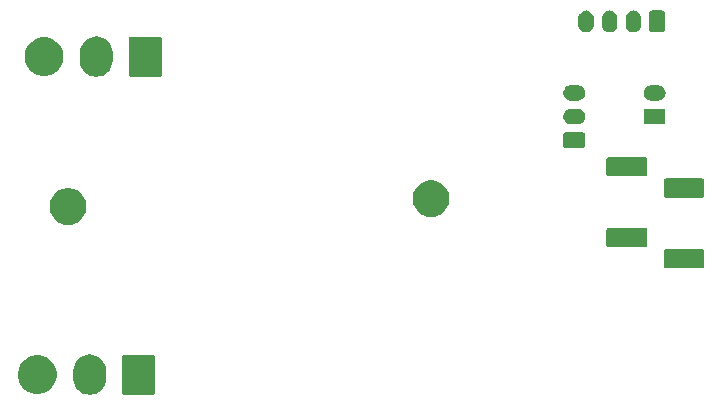
<source format=gbr>
G04 #@! TF.GenerationSoftware,KiCad,Pcbnew,5.1.5-52549c5~84~ubuntu18.04.1*
G04 #@! TF.CreationDate,2020-02-07T08:01:35-05:00*
G04 #@! TF.ProjectId,TSAL,5453414c-2e6b-4696-9361-645f70636258,rev?*
G04 #@! TF.SameCoordinates,Original*
G04 #@! TF.FileFunction,Soldermask,Bot*
G04 #@! TF.FilePolarity,Negative*
%FSLAX46Y46*%
G04 Gerber Fmt 4.6, Leading zero omitted, Abs format (unit mm)*
G04 Created by KiCad (PCBNEW 5.1.5-52549c5~84~ubuntu18.04.1) date 2020-02-07 08:01:35*
%MOMM*%
%LPD*%
G04 APERTURE LIST*
%ADD10C,0.100000*%
G04 APERTURE END LIST*
D10*
G36*
X115889761Y-119222837D02*
G01*
X116148200Y-119301234D01*
X116386372Y-119428539D01*
X116595134Y-119599866D01*
X116766461Y-119808628D01*
X116893766Y-120046800D01*
X116972163Y-120305240D01*
X116992000Y-120506652D01*
X116992000Y-121301349D01*
X116972163Y-121502761D01*
X116893766Y-121761200D01*
X116766461Y-121999372D01*
X116595134Y-122208133D01*
X116386370Y-122379461D01*
X116148199Y-122506766D01*
X115889760Y-122585163D01*
X115621000Y-122611633D01*
X115352239Y-122585163D01*
X115093800Y-122506766D01*
X114855628Y-122379461D01*
X114646867Y-122208134D01*
X114475539Y-121999370D01*
X114348234Y-121761199D01*
X114269837Y-121502760D01*
X114250000Y-121301348D01*
X114250000Y-120506651D01*
X114269837Y-120305239D01*
X114348234Y-120046800D01*
X114475539Y-119808628D01*
X114646866Y-119599867D01*
X114855630Y-119428539D01*
X115093801Y-119301234D01*
X115352240Y-119222837D01*
X115621000Y-119196367D01*
X115889761Y-119222837D01*
G37*
G36*
X121004436Y-119206635D02*
G01*
X121034027Y-119215611D01*
X121061296Y-119230187D01*
X121085198Y-119249802D01*
X121104813Y-119273704D01*
X121119389Y-119300973D01*
X121128365Y-119330564D01*
X121132000Y-119367474D01*
X121132000Y-122440526D01*
X121128365Y-122477436D01*
X121119389Y-122507027D01*
X121104813Y-122534296D01*
X121085198Y-122558198D01*
X121061296Y-122577813D01*
X121034027Y-122592389D01*
X121004436Y-122601365D01*
X120967526Y-122605000D01*
X118554474Y-122605000D01*
X118517564Y-122601365D01*
X118487973Y-122592389D01*
X118460704Y-122577813D01*
X118436802Y-122558198D01*
X118417187Y-122534296D01*
X118402611Y-122507027D01*
X118393635Y-122477436D01*
X118390000Y-122440526D01*
X118390000Y-119367474D01*
X118393635Y-119330564D01*
X118402611Y-119300973D01*
X118417187Y-119273704D01*
X118436802Y-119249802D01*
X118460704Y-119230187D01*
X118487973Y-119215611D01*
X118517564Y-119206635D01*
X118554474Y-119203000D01*
X120967526Y-119203000D01*
X121004436Y-119206635D01*
G37*
G36*
X111659661Y-119326062D02*
G01*
X111958303Y-119449764D01*
X111958305Y-119449765D01*
X112227076Y-119629352D01*
X112455648Y-119857924D01*
X112635236Y-120126697D01*
X112758938Y-120425339D01*
X112822000Y-120742374D01*
X112822000Y-121065626D01*
X112758938Y-121382661D01*
X112709190Y-121502762D01*
X112635235Y-121681305D01*
X112455648Y-121950076D01*
X112227076Y-122178648D01*
X111958305Y-122358235D01*
X111958304Y-122358236D01*
X111958303Y-122358236D01*
X111659661Y-122481938D01*
X111342626Y-122545000D01*
X111019374Y-122545000D01*
X110702339Y-122481938D01*
X110403697Y-122358236D01*
X110403696Y-122358236D01*
X110403695Y-122358235D01*
X110134924Y-122178648D01*
X109906352Y-121950076D01*
X109726765Y-121681305D01*
X109652810Y-121502762D01*
X109603062Y-121382661D01*
X109540000Y-121065626D01*
X109540000Y-120742374D01*
X109603062Y-120425339D01*
X109726764Y-120126697D01*
X109906352Y-119857924D01*
X110134924Y-119629352D01*
X110403695Y-119449765D01*
X110403697Y-119449764D01*
X110702339Y-119326062D01*
X111019374Y-119263000D01*
X111342626Y-119263000D01*
X111659661Y-119326062D01*
G37*
G36*
X167528820Y-110278103D02*
G01*
X167562985Y-110288467D01*
X167594464Y-110305293D01*
X167622060Y-110327940D01*
X167644707Y-110355536D01*
X167661533Y-110387015D01*
X167671897Y-110421180D01*
X167676000Y-110462842D01*
X167676000Y-111712158D01*
X167671897Y-111753820D01*
X167661533Y-111787985D01*
X167644707Y-111819464D01*
X167622060Y-111847060D01*
X167594464Y-111869707D01*
X167562985Y-111886533D01*
X167528820Y-111896897D01*
X167487158Y-111901000D01*
X164412842Y-111901000D01*
X164371180Y-111896897D01*
X164337015Y-111886533D01*
X164305536Y-111869707D01*
X164277940Y-111847060D01*
X164255293Y-111819464D01*
X164238467Y-111787985D01*
X164228103Y-111753820D01*
X164224000Y-111712158D01*
X164224000Y-110462842D01*
X164228103Y-110421180D01*
X164238467Y-110387015D01*
X164255293Y-110355536D01*
X164277940Y-110327940D01*
X164305536Y-110305293D01*
X164337015Y-110288467D01*
X164371180Y-110278103D01*
X164412842Y-110274000D01*
X167487158Y-110274000D01*
X167528820Y-110278103D01*
G37*
G36*
X162678820Y-108478103D02*
G01*
X162712985Y-108488467D01*
X162744464Y-108505293D01*
X162772060Y-108527940D01*
X162794707Y-108555536D01*
X162811533Y-108587015D01*
X162821897Y-108621180D01*
X162826000Y-108662842D01*
X162826000Y-109912158D01*
X162821897Y-109953820D01*
X162811533Y-109987985D01*
X162794707Y-110019464D01*
X162772060Y-110047060D01*
X162744464Y-110069707D01*
X162712985Y-110086533D01*
X162678820Y-110096897D01*
X162637158Y-110101000D01*
X159562842Y-110101000D01*
X159521180Y-110096897D01*
X159487015Y-110086533D01*
X159455536Y-110069707D01*
X159427940Y-110047060D01*
X159405293Y-110019464D01*
X159388467Y-109987985D01*
X159378103Y-109953820D01*
X159374000Y-109912158D01*
X159374000Y-108662842D01*
X159378103Y-108621180D01*
X159388467Y-108587015D01*
X159405293Y-108555536D01*
X159427940Y-108527940D01*
X159455536Y-108505293D01*
X159487015Y-108488467D01*
X159521180Y-108478103D01*
X159562842Y-108474000D01*
X162637158Y-108474000D01*
X162678820Y-108478103D01*
G37*
G36*
X114094585Y-105158802D02*
G01*
X114244410Y-105188604D01*
X114526674Y-105305521D01*
X114780705Y-105475259D01*
X114996741Y-105691295D01*
X115166479Y-105945326D01*
X115283396Y-106227590D01*
X115343000Y-106527240D01*
X115343000Y-106832760D01*
X115283396Y-107132410D01*
X115166479Y-107414674D01*
X114996741Y-107668705D01*
X114780705Y-107884741D01*
X114526674Y-108054479D01*
X114244410Y-108171396D01*
X114094585Y-108201198D01*
X113944761Y-108231000D01*
X113639239Y-108231000D01*
X113489415Y-108201198D01*
X113339590Y-108171396D01*
X113057326Y-108054479D01*
X112803295Y-107884741D01*
X112587259Y-107668705D01*
X112417521Y-107414674D01*
X112300604Y-107132410D01*
X112241000Y-106832760D01*
X112241000Y-106527240D01*
X112300604Y-106227590D01*
X112417521Y-105945326D01*
X112587259Y-105691295D01*
X112803295Y-105475259D01*
X113057326Y-105305521D01*
X113339590Y-105188604D01*
X113489415Y-105158802D01*
X113639239Y-105129000D01*
X113944761Y-105129000D01*
X114094585Y-105158802D01*
G37*
G36*
X144828585Y-104498402D02*
G01*
X144978410Y-104528204D01*
X145260674Y-104645121D01*
X145514705Y-104814859D01*
X145730741Y-105030895D01*
X145900479Y-105284926D01*
X146017396Y-105567190D01*
X146077000Y-105866840D01*
X146077000Y-106172360D01*
X146017396Y-106472010D01*
X145900479Y-106754274D01*
X145730741Y-107008305D01*
X145514705Y-107224341D01*
X145260674Y-107394079D01*
X144978410Y-107510996D01*
X144828585Y-107540798D01*
X144678761Y-107570600D01*
X144373239Y-107570600D01*
X144223415Y-107540798D01*
X144073590Y-107510996D01*
X143791326Y-107394079D01*
X143537295Y-107224341D01*
X143321259Y-107008305D01*
X143151521Y-106754274D01*
X143034604Y-106472010D01*
X142975000Y-106172360D01*
X142975000Y-105866840D01*
X143034604Y-105567190D01*
X143151521Y-105284926D01*
X143321259Y-105030895D01*
X143537295Y-104814859D01*
X143791326Y-104645121D01*
X144073590Y-104528204D01*
X144223415Y-104498402D01*
X144373239Y-104468600D01*
X144678761Y-104468600D01*
X144828585Y-104498402D01*
G37*
G36*
X167528820Y-104303103D02*
G01*
X167562985Y-104313467D01*
X167594464Y-104330293D01*
X167622060Y-104352940D01*
X167644707Y-104380536D01*
X167661533Y-104412015D01*
X167671897Y-104446180D01*
X167676000Y-104487842D01*
X167676000Y-105737158D01*
X167671897Y-105778820D01*
X167661533Y-105812985D01*
X167644707Y-105844464D01*
X167622060Y-105872060D01*
X167594464Y-105894707D01*
X167562985Y-105911533D01*
X167528820Y-105921897D01*
X167487158Y-105926000D01*
X164412842Y-105926000D01*
X164371180Y-105921897D01*
X164337015Y-105911533D01*
X164305536Y-105894707D01*
X164277940Y-105872060D01*
X164255293Y-105844464D01*
X164238467Y-105812985D01*
X164228103Y-105778820D01*
X164224000Y-105737158D01*
X164224000Y-104487842D01*
X164228103Y-104446180D01*
X164238467Y-104412015D01*
X164255293Y-104380536D01*
X164277940Y-104352940D01*
X164305536Y-104330293D01*
X164337015Y-104313467D01*
X164371180Y-104303103D01*
X164412842Y-104299000D01*
X167487158Y-104299000D01*
X167528820Y-104303103D01*
G37*
G36*
X162678820Y-102503103D02*
G01*
X162712985Y-102513467D01*
X162744464Y-102530293D01*
X162772060Y-102552940D01*
X162794707Y-102580536D01*
X162811533Y-102612015D01*
X162821897Y-102646180D01*
X162826000Y-102687842D01*
X162826000Y-103937158D01*
X162821897Y-103978820D01*
X162811533Y-104012985D01*
X162794707Y-104044464D01*
X162772060Y-104072060D01*
X162744464Y-104094707D01*
X162712985Y-104111533D01*
X162678820Y-104121897D01*
X162637158Y-104126000D01*
X159562842Y-104126000D01*
X159521180Y-104121897D01*
X159487015Y-104111533D01*
X159455536Y-104094707D01*
X159427940Y-104072060D01*
X159405293Y-104044464D01*
X159388467Y-104012985D01*
X159378103Y-103978820D01*
X159374000Y-103937158D01*
X159374000Y-102687842D01*
X159378103Y-102646180D01*
X159388467Y-102612015D01*
X159405293Y-102580536D01*
X159427940Y-102552940D01*
X159455536Y-102530293D01*
X159487015Y-102513467D01*
X159521180Y-102503103D01*
X159562842Y-102499000D01*
X162637158Y-102499000D01*
X162678820Y-102503103D01*
G37*
G36*
X157416242Y-100403404D02*
G01*
X157453337Y-100414657D01*
X157487515Y-100432925D01*
X157517481Y-100457519D01*
X157542075Y-100487485D01*
X157560343Y-100521663D01*
X157571596Y-100558758D01*
X157576000Y-100603474D01*
X157576000Y-101496526D01*
X157571596Y-101541242D01*
X157560343Y-101578337D01*
X157542075Y-101612515D01*
X157517481Y-101642481D01*
X157487515Y-101667075D01*
X157453337Y-101685343D01*
X157416242Y-101696596D01*
X157371526Y-101701000D01*
X155928474Y-101701000D01*
X155883758Y-101696596D01*
X155846663Y-101685343D01*
X155812485Y-101667075D01*
X155782519Y-101642481D01*
X155757925Y-101612515D01*
X155739657Y-101578337D01*
X155728404Y-101541242D01*
X155724000Y-101496526D01*
X155724000Y-100603474D01*
X155728404Y-100558758D01*
X155739657Y-100521663D01*
X155757925Y-100487485D01*
X155782519Y-100457519D01*
X155812485Y-100432925D01*
X155846663Y-100414657D01*
X155883758Y-100403404D01*
X155928474Y-100399000D01*
X157371526Y-100399000D01*
X157416242Y-100403404D01*
G37*
G36*
X156988855Y-98402140D02*
G01*
X157052618Y-98408420D01*
X157133400Y-98432925D01*
X157175336Y-98445646D01*
X157288425Y-98506094D01*
X157387554Y-98587446D01*
X157468906Y-98686575D01*
X157529354Y-98799664D01*
X157529355Y-98799668D01*
X157566580Y-98922382D01*
X157579149Y-99050000D01*
X157566580Y-99177618D01*
X157539040Y-99268404D01*
X157529354Y-99300336D01*
X157468906Y-99413425D01*
X157387554Y-99512554D01*
X157288425Y-99593906D01*
X157175336Y-99654354D01*
X157143404Y-99664040D01*
X157052618Y-99691580D01*
X156988855Y-99697860D01*
X156956974Y-99701000D01*
X156343026Y-99701000D01*
X156311145Y-99697860D01*
X156247382Y-99691580D01*
X156156596Y-99664040D01*
X156124664Y-99654354D01*
X156011575Y-99593906D01*
X155912446Y-99512554D01*
X155831094Y-99413425D01*
X155770646Y-99300336D01*
X155760960Y-99268404D01*
X155733420Y-99177618D01*
X155720851Y-99050000D01*
X155733420Y-98922382D01*
X155770645Y-98799668D01*
X155770646Y-98799664D01*
X155831094Y-98686575D01*
X155912446Y-98587446D01*
X156011575Y-98506094D01*
X156124664Y-98445646D01*
X156166600Y-98432925D01*
X156247382Y-98408420D01*
X156311145Y-98402140D01*
X156343026Y-98399000D01*
X156956974Y-98399000D01*
X156988855Y-98402140D01*
G37*
G36*
X164216242Y-98403404D02*
G01*
X164253337Y-98414657D01*
X164287515Y-98432925D01*
X164317481Y-98457519D01*
X164342075Y-98487485D01*
X164360343Y-98521663D01*
X164371596Y-98558758D01*
X164376000Y-98603474D01*
X164376000Y-99496526D01*
X164371596Y-99541242D01*
X164360343Y-99578337D01*
X164342075Y-99612515D01*
X164317481Y-99642481D01*
X164287515Y-99667075D01*
X164253337Y-99685343D01*
X164216242Y-99696596D01*
X164171526Y-99701000D01*
X162728474Y-99701000D01*
X162683758Y-99696596D01*
X162646663Y-99685343D01*
X162612485Y-99667075D01*
X162582519Y-99642481D01*
X162557925Y-99612515D01*
X162539657Y-99578337D01*
X162528404Y-99541242D01*
X162524000Y-99496526D01*
X162524000Y-98603474D01*
X162528404Y-98558758D01*
X162539657Y-98521663D01*
X162557925Y-98487485D01*
X162582519Y-98457519D01*
X162612485Y-98432925D01*
X162646663Y-98414657D01*
X162683758Y-98403404D01*
X162728474Y-98399000D01*
X164171526Y-98399000D01*
X164216242Y-98403404D01*
G37*
G36*
X163788855Y-96402140D02*
G01*
X163852618Y-96408420D01*
X163943404Y-96435960D01*
X163975336Y-96445646D01*
X164088425Y-96506094D01*
X164187554Y-96587446D01*
X164268906Y-96686575D01*
X164329354Y-96799664D01*
X164329355Y-96799668D01*
X164366580Y-96922382D01*
X164379149Y-97050000D01*
X164366580Y-97177618D01*
X164339040Y-97268404D01*
X164329354Y-97300336D01*
X164268906Y-97413425D01*
X164187554Y-97512554D01*
X164088425Y-97593906D01*
X163975336Y-97654354D01*
X163943404Y-97664040D01*
X163852618Y-97691580D01*
X163788855Y-97697860D01*
X163756974Y-97701000D01*
X163143026Y-97701000D01*
X163111145Y-97697860D01*
X163047382Y-97691580D01*
X162956596Y-97664040D01*
X162924664Y-97654354D01*
X162811575Y-97593906D01*
X162712446Y-97512554D01*
X162631094Y-97413425D01*
X162570646Y-97300336D01*
X162560960Y-97268404D01*
X162533420Y-97177618D01*
X162520851Y-97050000D01*
X162533420Y-96922382D01*
X162570645Y-96799668D01*
X162570646Y-96799664D01*
X162631094Y-96686575D01*
X162712446Y-96587446D01*
X162811575Y-96506094D01*
X162924664Y-96445646D01*
X162956596Y-96435960D01*
X163047382Y-96408420D01*
X163111145Y-96402140D01*
X163143026Y-96399000D01*
X163756974Y-96399000D01*
X163788855Y-96402140D01*
G37*
G36*
X156988855Y-96402140D02*
G01*
X157052618Y-96408420D01*
X157143404Y-96435960D01*
X157175336Y-96445646D01*
X157288425Y-96506094D01*
X157387554Y-96587446D01*
X157468906Y-96686575D01*
X157529354Y-96799664D01*
X157529355Y-96799668D01*
X157566580Y-96922382D01*
X157579149Y-97050000D01*
X157566580Y-97177618D01*
X157539040Y-97268404D01*
X157529354Y-97300336D01*
X157468906Y-97413425D01*
X157387554Y-97512554D01*
X157288425Y-97593906D01*
X157175336Y-97654354D01*
X157143404Y-97664040D01*
X157052618Y-97691580D01*
X156988855Y-97697860D01*
X156956974Y-97701000D01*
X156343026Y-97701000D01*
X156311145Y-97697860D01*
X156247382Y-97691580D01*
X156156596Y-97664040D01*
X156124664Y-97654354D01*
X156011575Y-97593906D01*
X155912446Y-97512554D01*
X155831094Y-97413425D01*
X155770646Y-97300336D01*
X155760960Y-97268404D01*
X155733420Y-97177618D01*
X155720851Y-97050000D01*
X155733420Y-96922382D01*
X155770645Y-96799668D01*
X155770646Y-96799664D01*
X155831094Y-96686575D01*
X155912446Y-96587446D01*
X156011575Y-96506094D01*
X156124664Y-96445646D01*
X156156596Y-96435960D01*
X156247382Y-96408420D01*
X156311145Y-96402140D01*
X156343026Y-96399000D01*
X156956974Y-96399000D01*
X156988855Y-96402140D01*
G37*
G36*
X116468761Y-92298837D02*
G01*
X116727200Y-92377234D01*
X116965372Y-92504539D01*
X117174134Y-92675866D01*
X117345461Y-92884628D01*
X117472766Y-93122800D01*
X117551163Y-93381240D01*
X117571000Y-93582652D01*
X117571000Y-94377349D01*
X117551163Y-94578761D01*
X117472766Y-94837200D01*
X117345461Y-95075372D01*
X117174134Y-95284133D01*
X116965370Y-95455461D01*
X116727199Y-95582766D01*
X116468760Y-95661163D01*
X116200000Y-95687633D01*
X115931239Y-95661163D01*
X115672800Y-95582766D01*
X115434628Y-95455461D01*
X115225867Y-95284134D01*
X115054539Y-95075370D01*
X114927234Y-94837199D01*
X114848837Y-94578760D01*
X114829000Y-94377348D01*
X114829000Y-93582651D01*
X114848837Y-93381239D01*
X114927234Y-93122800D01*
X115054539Y-92884628D01*
X115225866Y-92675867D01*
X115434630Y-92504539D01*
X115672801Y-92377234D01*
X115931240Y-92298837D01*
X116200000Y-92272367D01*
X116468761Y-92298837D01*
G37*
G36*
X121583436Y-92282635D02*
G01*
X121613027Y-92291611D01*
X121640296Y-92306187D01*
X121664198Y-92325802D01*
X121683813Y-92349704D01*
X121698389Y-92376973D01*
X121707365Y-92406564D01*
X121711000Y-92443474D01*
X121711000Y-95516526D01*
X121707365Y-95553436D01*
X121698389Y-95583027D01*
X121683813Y-95610296D01*
X121664198Y-95634198D01*
X121640296Y-95653813D01*
X121613027Y-95668389D01*
X121583436Y-95677365D01*
X121546526Y-95681000D01*
X119133474Y-95681000D01*
X119096564Y-95677365D01*
X119066973Y-95668389D01*
X119039704Y-95653813D01*
X119015802Y-95634198D01*
X118996187Y-95610296D01*
X118981611Y-95583027D01*
X118972635Y-95553436D01*
X118969000Y-95516526D01*
X118969000Y-92443474D01*
X118972635Y-92406564D01*
X118981611Y-92376973D01*
X118996187Y-92349704D01*
X119015802Y-92325802D01*
X119039704Y-92306187D01*
X119066973Y-92291611D01*
X119096564Y-92282635D01*
X119133474Y-92279000D01*
X121546526Y-92279000D01*
X121583436Y-92282635D01*
G37*
G36*
X112238661Y-92402062D02*
G01*
X112537303Y-92525764D01*
X112537305Y-92525765D01*
X112806076Y-92705352D01*
X113034648Y-92933924D01*
X113214236Y-93202697D01*
X113337938Y-93501339D01*
X113401000Y-93818374D01*
X113401000Y-94141626D01*
X113337938Y-94458661D01*
X113288190Y-94578762D01*
X113214235Y-94757305D01*
X113034648Y-95026076D01*
X112806076Y-95254648D01*
X112537305Y-95434235D01*
X112537304Y-95434236D01*
X112537303Y-95434236D01*
X112238661Y-95557938D01*
X111921626Y-95621000D01*
X111598374Y-95621000D01*
X111281339Y-95557938D01*
X110982697Y-95434236D01*
X110982696Y-95434236D01*
X110982695Y-95434235D01*
X110713924Y-95254648D01*
X110485352Y-95026076D01*
X110305765Y-94757305D01*
X110231810Y-94578762D01*
X110182062Y-94458661D01*
X110119000Y-94141626D01*
X110119000Y-93818374D01*
X110182062Y-93501339D01*
X110305764Y-93202697D01*
X110485352Y-92933924D01*
X110713924Y-92705352D01*
X110982695Y-92525765D01*
X110982697Y-92525764D01*
X111281339Y-92402062D01*
X111598374Y-92339000D01*
X111921626Y-92339000D01*
X112238661Y-92402062D01*
G37*
G36*
X157777618Y-90083420D02*
G01*
X157858400Y-90107925D01*
X157900336Y-90120646D01*
X158013425Y-90181094D01*
X158112554Y-90262446D01*
X158193906Y-90361575D01*
X158254354Y-90474664D01*
X158254355Y-90474668D01*
X158291580Y-90597382D01*
X158301000Y-90693027D01*
X158301000Y-91306973D01*
X158291580Y-91402618D01*
X158264040Y-91493404D01*
X158254354Y-91525336D01*
X158193906Y-91638425D01*
X158112554Y-91737553D01*
X158013424Y-91818906D01*
X157900335Y-91879354D01*
X157868403Y-91889040D01*
X157777617Y-91916580D01*
X157650000Y-91929149D01*
X157522382Y-91916580D01*
X157431596Y-91889040D01*
X157399664Y-91879354D01*
X157286575Y-91818906D01*
X157187447Y-91737554D01*
X157106094Y-91638424D01*
X157045646Y-91525335D01*
X157035960Y-91493403D01*
X157008420Y-91402617D01*
X156999000Y-91306972D01*
X156999000Y-90693027D01*
X157008420Y-90597382D01*
X157045645Y-90474668D01*
X157045645Y-90474667D01*
X157077957Y-90414217D01*
X157106095Y-90361574D01*
X157119493Y-90345249D01*
X157187447Y-90262446D01*
X157286576Y-90181094D01*
X157399665Y-90120646D01*
X157441601Y-90107925D01*
X157522383Y-90083420D01*
X157650000Y-90070851D01*
X157777618Y-90083420D01*
G37*
G36*
X159777618Y-90083420D02*
G01*
X159858400Y-90107925D01*
X159900336Y-90120646D01*
X160013425Y-90181094D01*
X160112554Y-90262446D01*
X160193906Y-90361575D01*
X160254354Y-90474664D01*
X160254355Y-90474668D01*
X160291580Y-90597382D01*
X160301000Y-90693027D01*
X160301000Y-91306973D01*
X160291580Y-91402618D01*
X160264040Y-91493404D01*
X160254354Y-91525336D01*
X160193906Y-91638425D01*
X160112554Y-91737553D01*
X160013424Y-91818906D01*
X159900335Y-91879354D01*
X159868403Y-91889040D01*
X159777617Y-91916580D01*
X159650000Y-91929149D01*
X159522382Y-91916580D01*
X159431596Y-91889040D01*
X159399664Y-91879354D01*
X159286575Y-91818906D01*
X159187447Y-91737554D01*
X159106094Y-91638424D01*
X159045646Y-91525335D01*
X159035960Y-91493403D01*
X159008420Y-91402617D01*
X158999000Y-91306972D01*
X158999000Y-90693027D01*
X159008420Y-90597382D01*
X159045645Y-90474668D01*
X159045645Y-90474667D01*
X159077957Y-90414217D01*
X159106095Y-90361574D01*
X159119493Y-90345249D01*
X159187447Y-90262446D01*
X159286576Y-90181094D01*
X159399665Y-90120646D01*
X159441601Y-90107925D01*
X159522383Y-90083420D01*
X159650000Y-90070851D01*
X159777618Y-90083420D01*
G37*
G36*
X161777618Y-90083420D02*
G01*
X161858400Y-90107925D01*
X161900336Y-90120646D01*
X162013425Y-90181094D01*
X162112554Y-90262446D01*
X162193906Y-90361575D01*
X162254354Y-90474664D01*
X162254355Y-90474668D01*
X162291580Y-90597382D01*
X162301000Y-90693027D01*
X162301000Y-91306973D01*
X162291580Y-91402618D01*
X162264040Y-91493404D01*
X162254354Y-91525336D01*
X162193906Y-91638425D01*
X162112554Y-91737553D01*
X162013424Y-91818906D01*
X161900335Y-91879354D01*
X161868403Y-91889040D01*
X161777617Y-91916580D01*
X161650000Y-91929149D01*
X161522382Y-91916580D01*
X161431596Y-91889040D01*
X161399664Y-91879354D01*
X161286575Y-91818906D01*
X161187447Y-91737554D01*
X161106094Y-91638424D01*
X161045646Y-91525335D01*
X161035960Y-91493403D01*
X161008420Y-91402617D01*
X160999000Y-91306972D01*
X160999000Y-90693027D01*
X161008420Y-90597382D01*
X161045645Y-90474668D01*
X161045645Y-90474667D01*
X161077957Y-90414217D01*
X161106095Y-90361574D01*
X161119493Y-90345249D01*
X161187447Y-90262446D01*
X161286576Y-90181094D01*
X161399665Y-90120646D01*
X161441601Y-90107925D01*
X161522383Y-90083420D01*
X161650000Y-90070851D01*
X161777618Y-90083420D01*
G37*
G36*
X164141242Y-90078404D02*
G01*
X164178337Y-90089657D01*
X164212515Y-90107925D01*
X164242481Y-90132519D01*
X164267075Y-90162485D01*
X164285343Y-90196663D01*
X164296596Y-90233758D01*
X164301000Y-90278474D01*
X164301000Y-91721526D01*
X164296596Y-91766242D01*
X164285343Y-91803337D01*
X164267075Y-91837515D01*
X164242481Y-91867481D01*
X164212515Y-91892075D01*
X164178337Y-91910343D01*
X164141242Y-91921596D01*
X164096526Y-91926000D01*
X163203474Y-91926000D01*
X163158758Y-91921596D01*
X163121663Y-91910343D01*
X163087485Y-91892075D01*
X163057519Y-91867481D01*
X163032925Y-91837515D01*
X163014657Y-91803337D01*
X163003404Y-91766242D01*
X162999000Y-91721526D01*
X162999000Y-90278474D01*
X163003404Y-90233758D01*
X163014657Y-90196663D01*
X163032925Y-90162485D01*
X163057519Y-90132519D01*
X163087485Y-90107925D01*
X163121663Y-90089657D01*
X163158758Y-90078404D01*
X163203474Y-90074000D01*
X164096526Y-90074000D01*
X164141242Y-90078404D01*
G37*
M02*

</source>
